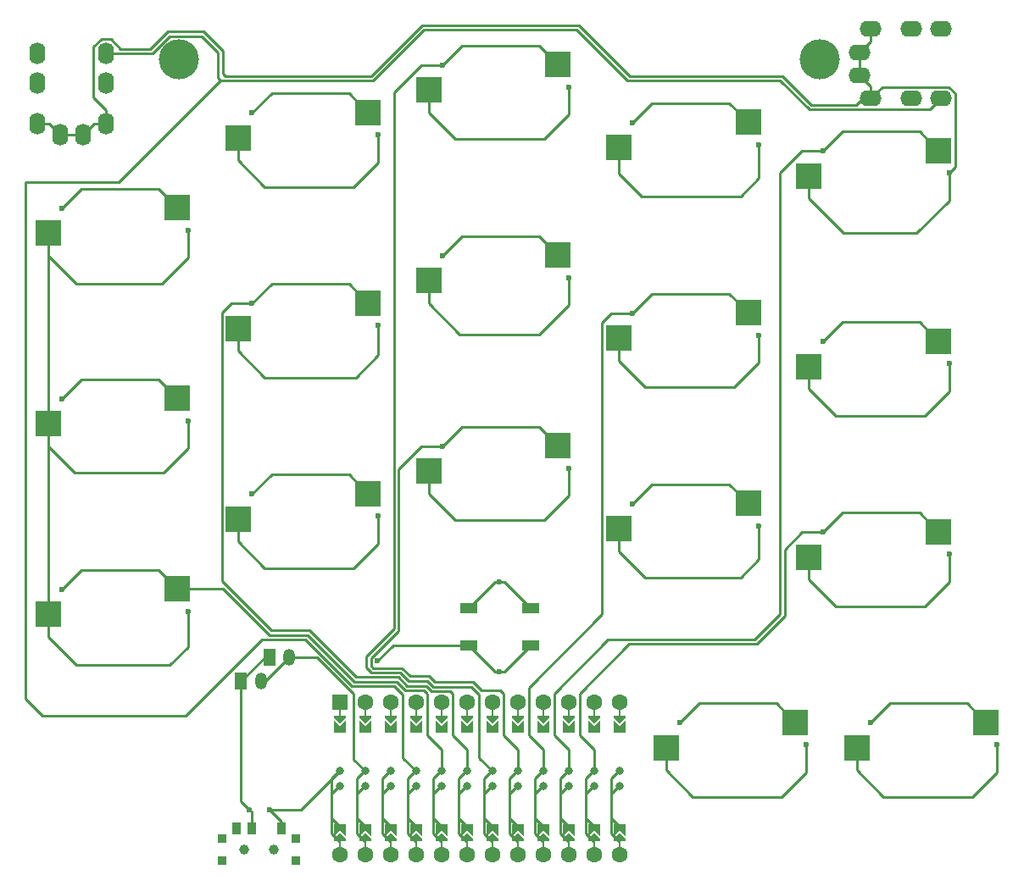
<source format=gbr>
%TF.GenerationSoftware,KiCad,Pcbnew,7.0.0*%
%TF.CreationDate,2023-04-08T11:50:52+01:00*%
%TF.ProjectId,chips-34,63686970-732d-4333-942e-6b696361645f,v1.0.0*%
%TF.SameCoordinates,Original*%
%TF.FileFunction,Copper,L2,Bot*%
%TF.FilePolarity,Positive*%
%FSLAX46Y46*%
G04 Gerber Fmt 4.6, Leading zero omitted, Abs format (unit mm)*
G04 Created by KiCad (PCBNEW 7.0.0) date 2023-04-08 11:50:52*
%MOMM*%
%LPD*%
G01*
G04 APERTURE LIST*
G04 Aperture macros list*
%AMFreePoly0*
4,1,5,0.125000,-0.500000,-0.125000,-0.500000,-0.125000,0.500000,0.125000,0.500000,0.125000,-0.500000,0.125000,-0.500000,$1*%
%AMFreePoly1*
4,1,6,0.600000,-0.250000,-0.600000,-0.250000,-0.600000,1.000000,0.000000,0.400000,0.600000,1.000000,0.600000,-0.250000,0.600000,-0.250000,$1*%
%AMFreePoly2*
4,1,6,0.600000,0.200000,0.000000,-0.400000,-0.600000,0.200000,-0.600000,0.400000,0.600000,0.400000,0.600000,0.200000,0.600000,0.200000,$1*%
%AMFreePoly3*
4,1,49,0.004652,0.123753,0.008918,0.124682,0.028635,0.117327,0.062500,0.108253,0.068172,0.102580,0.074910,0.100068,0.087486,0.083266,0.108253,0.062500,0.111163,0.051639,0.117119,0.043683,0.118510,0.024217,0.125000,0.000000,0.121245,-0.014013,0.122144,-0.026571,0.113772,-0.041901,0.108253,-0.062500,0.095633,-0.075119,0.088389,-0.088388,-0.641000,-0.817776,-0.641000,-4.770224,
0.088389,-5.499612,0.109711,-5.528094,0.124682,-5.596918,0.100068,-5.662910,0.043683,-5.705119,-0.026571,-5.710144,-0.088388,-5.676389,-0.854388,-4.910388,-0.867764,-4.892519,-0.871157,-4.889580,-0.871926,-4.886960,-0.875710,-4.881906,-0.882285,-4.851677,-0.891000,-4.822000,-0.891000,-0.766000,-0.887823,-0.743906,-0.888144,-0.739429,-0.886835,-0.737032,-0.885937,-0.730783,-0.869209,-0.704755,
-0.854388,-0.677612,-0.088388,0.088389,-0.064427,0.106325,-0.062500,0.108253,-0.061491,0.108523,-0.059906,0.109711,-0.044779,0.113001,0.000000,0.125000,0.004652,0.123753,0.004652,0.123753,$1*%
G04 Aperture macros list end*
%TA.AperFunction,ComponentPad*%
%ADD10O,1.200000X1.700000*%
%TD*%
%TA.AperFunction,ComponentPad*%
%ADD11R,1.200000X1.700000*%
%TD*%
%TA.AperFunction,ComponentPad*%
%ADD12C,1.600000*%
%TD*%
%TA.AperFunction,ComponentPad*%
%ADD13R,1.600000X1.600000*%
%TD*%
%TA.AperFunction,SMDPad,CuDef*%
%ADD14FreePoly0,180.000000*%
%TD*%
%TA.AperFunction,SMDPad,CuDef*%
%ADD15FreePoly1,180.000000*%
%TD*%
%TA.AperFunction,SMDPad,CuDef*%
%ADD16FreePoly2,180.000000*%
%TD*%
%TA.AperFunction,SMDPad,CuDef*%
%ADD17FreePoly0,0.000000*%
%TD*%
%TA.AperFunction,SMDPad,CuDef*%
%ADD18FreePoly2,0.000000*%
%TD*%
%TA.AperFunction,SMDPad,CuDef*%
%ADD19FreePoly1,0.000000*%
%TD*%
%TA.AperFunction,SMDPad,CuDef*%
%ADD20FreePoly3,180.000000*%
%TD*%
%TA.AperFunction,SMDPad,CuDef*%
%ADD21FreePoly3,0.000000*%
%TD*%
%TA.AperFunction,ComponentPad*%
%ADD22C,0.800000*%
%TD*%
%TA.AperFunction,WasherPad*%
%ADD23C,1.000000*%
%TD*%
%TA.AperFunction,SMDPad,CuDef*%
%ADD24R,0.900000X1.250000*%
%TD*%
%TA.AperFunction,SMDPad,CuDef*%
%ADD25R,0.900000X0.900000*%
%TD*%
%TA.AperFunction,SMDPad,CuDef*%
%ADD26R,1.800000X1.100000*%
%TD*%
%TA.AperFunction,ComponentPad*%
%ADD27C,4.000000*%
%TD*%
%TA.AperFunction,ComponentPad*%
%ADD28C,0.600000*%
%TD*%
%TA.AperFunction,SMDPad,CuDef*%
%ADD29R,2.550000X2.500000*%
%TD*%
%TA.AperFunction,ComponentPad*%
%ADD30O,2.200000X1.600000*%
%TD*%
%TA.AperFunction,ComponentPad*%
%ADD31O,1.600000X2.200000*%
%TD*%
%TA.AperFunction,Conductor*%
%ADD32C,0.250000*%
%TD*%
G04 APERTURE END LIST*
D10*
%TO.P,JST2,2*%
%TO.N,GND*%
X16999999Y-1774999D03*
D11*
%TO.P,JST2,1*%
%TO.N,BAT*%
X14999999Y-1774999D03*
%TD*%
%TO.P,JST1,1*%
%TO.N,BAT*%
X12199999Y-4174999D03*
D10*
%TO.P,JST1,2*%
%TO.N,GND*%
X14199999Y-4174999D03*
%TD*%
D12*
%TO.P,MCU1,*%
%TO.N,*%
X22030000Y-21526500D03*
X24570000Y-21526500D03*
X27110000Y-21526500D03*
X29650000Y-21526500D03*
X32190000Y-21526500D03*
X34730000Y-21526500D03*
X37270000Y-21526500D03*
X39810000Y-21526500D03*
X42350000Y-21526500D03*
X44890000Y-21526500D03*
X47430000Y-21526500D03*
X49970000Y-21526500D03*
X49970000Y-6286500D03*
X47430000Y-6286500D03*
X44890000Y-6286500D03*
X42350000Y-6286500D03*
X39810000Y-6286500D03*
X37270000Y-6286500D03*
X34730000Y-6286500D03*
X32190000Y-6286500D03*
X29650000Y-6286500D03*
X27110000Y-6286500D03*
X24570000Y-6286500D03*
X22030000Y-6286500D03*
D13*
X22029999Y-6286499D03*
D14*
X22030000Y-20256500D03*
D15*
%TO.P,MCU1,1*%
%TO.N,RAW*%
X22030000Y-18732500D03*
D16*
%TO.P,MCU1,*%
%TO.N,*%
X22030000Y-19748500D03*
D14*
X24570000Y-20256500D03*
D16*
X24570000Y-19748500D03*
D15*
%TO.P,MCU1,2*%
%TO.N,GND*%
X24570000Y-18732500D03*
D14*
%TO.P,MCU1,*%
%TO.N,*%
X27110000Y-20256500D03*
D16*
X27110000Y-19748500D03*
D15*
%TO.P,MCU1,3*%
%TO.N,RST*%
X27110000Y-18732500D03*
D14*
%TO.P,MCU1,*%
%TO.N,*%
X29650000Y-20256500D03*
D16*
X29650000Y-19748500D03*
D15*
%TO.P,MCU1,4*%
%TO.N,VCC*%
X29650000Y-18732500D03*
D14*
%TO.P,MCU1,*%
%TO.N,*%
X32190000Y-20256500D03*
D16*
X32190000Y-19748500D03*
D15*
%TO.P,MCU1,5*%
%TO.N,matrix_pinky_bottom*%
X32190000Y-18732500D03*
D14*
%TO.P,MCU1,*%
%TO.N,*%
X34730000Y-20256500D03*
D16*
X34730000Y-19748500D03*
D15*
%TO.P,MCU1,6*%
%TO.N,matrix_ring_home*%
X34730000Y-18732500D03*
D14*
%TO.P,MCU1,*%
%TO.N,*%
X37270000Y-20256500D03*
D16*
X37270000Y-19748500D03*
D15*
%TO.P,MCU1,7*%
%TO.N,matrix_middle_top*%
X37270000Y-18732500D03*
D14*
%TO.P,MCU1,*%
%TO.N,*%
X39810000Y-20256500D03*
D16*
X39810000Y-19748500D03*
D15*
%TO.P,MCU1,8*%
%TO.N,matrix_middle_bottom*%
X39810000Y-18732500D03*
D14*
%TO.P,MCU1,*%
%TO.N,*%
X42350000Y-20256500D03*
D16*
X42350000Y-19748500D03*
D15*
%TO.P,MCU1,9*%
%TO.N,matrix_index_home*%
X42350000Y-18732500D03*
D14*
%TO.P,MCU1,*%
%TO.N,*%
X44890000Y-20256500D03*
D16*
X44890000Y-19748500D03*
D15*
%TO.P,MCU1,10*%
%TO.N,matrix_inner_top*%
X44890000Y-18732500D03*
D14*
%TO.P,MCU1,*%
%TO.N,*%
X47430000Y-20256500D03*
D16*
X47430000Y-19748500D03*
D15*
%TO.P,MCU1,11*%
%TO.N,matrix_inner_bottom*%
X47430000Y-18732500D03*
D14*
%TO.P,MCU1,*%
%TO.N,*%
X49970000Y-20256500D03*
D16*
X49970000Y-19748500D03*
D15*
%TO.P,MCU1,12*%
%TO.N,thumb_squeeze*%
X49970000Y-18732500D03*
D17*
%TO.P,MCU1,*%
%TO.N,*%
X22030000Y-7556500D03*
D18*
X22030000Y-8064500D03*
D19*
%TO.P,MCU1,24*%
%TO.N,P1*%
X22030000Y-9080500D03*
%TO.P,MCU1,23*%
%TO.N,matrix_pinky_top*%
X24570000Y-9080500D03*
D17*
%TO.P,MCU1,*%
%TO.N,*%
X24570000Y-7556500D03*
D18*
X24570000Y-8064500D03*
D19*
%TO.P,MCU1,22*%
%TO.N,GND*%
X27110000Y-9080500D03*
D17*
%TO.P,MCU1,*%
%TO.N,*%
X27110000Y-7556500D03*
D18*
X27110000Y-8064500D03*
D19*
%TO.P,MCU1,21*%
%TO.N,GND*%
X29650000Y-9080500D03*
D17*
%TO.P,MCU1,*%
%TO.N,*%
X29650000Y-7556500D03*
D18*
X29650000Y-8064500D03*
D19*
%TO.P,MCU1,20*%
%TO.N,matrix_pinky_home*%
X32190000Y-9080500D03*
D17*
%TO.P,MCU1,*%
%TO.N,*%
X32190000Y-7556500D03*
D18*
X32190000Y-8064500D03*
D19*
%TO.P,MCU1,19*%
%TO.N,matrix_ring_top*%
X34730000Y-9080500D03*
D17*
%TO.P,MCU1,*%
%TO.N,*%
X34730000Y-7556500D03*
D18*
X34730000Y-8064500D03*
D19*
%TO.P,MCU1,18*%
%TO.N,matrix_ring_bottom*%
X37270000Y-9080500D03*
D17*
%TO.P,MCU1,*%
%TO.N,*%
X37270000Y-7556500D03*
D18*
X37270000Y-8064500D03*
D19*
%TO.P,MCU1,17*%
%TO.N,matrix_middle_home*%
X39810000Y-9080500D03*
D17*
%TO.P,MCU1,*%
%TO.N,*%
X39810000Y-7556500D03*
D18*
X39810000Y-8064500D03*
D19*
%TO.P,MCU1,16*%
%TO.N,matrix_index_top*%
X42350000Y-9080500D03*
D17*
%TO.P,MCU1,*%
%TO.N,*%
X42350000Y-7556500D03*
D18*
X42350000Y-8064500D03*
D19*
%TO.P,MCU1,15*%
%TO.N,matrix_index_bottom*%
X44890000Y-9080500D03*
D17*
%TO.P,MCU1,*%
%TO.N,*%
X44890000Y-7556500D03*
D18*
X44890000Y-8064500D03*
D19*
%TO.P,MCU1,14*%
%TO.N,matrix_inner_home*%
X47430000Y-9080500D03*
D17*
%TO.P,MCU1,*%
%TO.N,*%
X47430000Y-7556500D03*
D18*
X47430000Y-8064500D03*
D19*
%TO.P,MCU1,13*%
%TO.N,thumb_resting*%
X49970000Y-9080500D03*
D17*
%TO.P,MCU1,*%
%TO.N,*%
X49970000Y-7556500D03*
D18*
X49970000Y-8064500D03*
D20*
%TO.P,MCU1,23*%
%TO.N,matrix_pinky_top*%
X24570000Y-14668500D03*
D21*
%TO.P,MCU1,2*%
%TO.N,GND*%
X24570000Y-13144500D03*
D22*
X24570000Y-13144500D03*
%TO.P,MCU1,23*%
%TO.N,matrix_pinky_top*%
X24570000Y-14668500D03*
%TO.P,MCU1,24*%
%TO.N,P1*%
X22030000Y-14668500D03*
%TO.P,MCU1,1*%
%TO.N,RAW*%
X22030000Y-13144500D03*
D20*
%TO.P,MCU1,24*%
%TO.N,P1*%
X22030000Y-14668500D03*
D21*
%TO.P,MCU1,1*%
%TO.N,RAW*%
X22030000Y-13144500D03*
D22*
%TO.P,MCU1,22*%
%TO.N,GND*%
X27110000Y-14668500D03*
%TO.P,MCU1,3*%
%TO.N,RST*%
X27110000Y-13144500D03*
D20*
%TO.P,MCU1,22*%
%TO.N,GND*%
X27110000Y-14668500D03*
D21*
%TO.P,MCU1,3*%
%TO.N,RST*%
X27110000Y-13144500D03*
D22*
%TO.P,MCU1,21*%
%TO.N,GND*%
X29650000Y-14668500D03*
%TO.P,MCU1,4*%
%TO.N,VCC*%
X29650000Y-13144500D03*
D20*
%TO.P,MCU1,21*%
%TO.N,GND*%
X29650000Y-14668500D03*
D21*
%TO.P,MCU1,4*%
%TO.N,VCC*%
X29650000Y-13144500D03*
D22*
%TO.P,MCU1,20*%
%TO.N,matrix_pinky_home*%
X32190000Y-14668500D03*
%TO.P,MCU1,5*%
%TO.N,matrix_pinky_bottom*%
X32190000Y-13144500D03*
D20*
%TO.P,MCU1,20*%
%TO.N,matrix_pinky_home*%
X32190000Y-14668500D03*
D21*
%TO.P,MCU1,5*%
%TO.N,matrix_pinky_bottom*%
X32190000Y-13144500D03*
D22*
%TO.P,MCU1,19*%
%TO.N,matrix_ring_top*%
X34730000Y-14668500D03*
%TO.P,MCU1,6*%
%TO.N,matrix_ring_home*%
X34730000Y-13144500D03*
D20*
%TO.P,MCU1,19*%
%TO.N,matrix_ring_top*%
X34730000Y-14668500D03*
D21*
%TO.P,MCU1,6*%
%TO.N,matrix_ring_home*%
X34730000Y-13144500D03*
D22*
%TO.P,MCU1,18*%
%TO.N,matrix_ring_bottom*%
X37270000Y-14668500D03*
%TO.P,MCU1,7*%
%TO.N,matrix_middle_top*%
X37270000Y-13144500D03*
D20*
%TO.P,MCU1,18*%
%TO.N,matrix_ring_bottom*%
X37270000Y-14668500D03*
D21*
%TO.P,MCU1,7*%
%TO.N,matrix_middle_top*%
X37270000Y-13144500D03*
D22*
%TO.P,MCU1,17*%
%TO.N,matrix_middle_home*%
X39810000Y-14668500D03*
%TO.P,MCU1,8*%
%TO.N,matrix_middle_bottom*%
X39810000Y-13144500D03*
D20*
%TO.P,MCU1,17*%
%TO.N,matrix_middle_home*%
X39810000Y-14668500D03*
D21*
%TO.P,MCU1,8*%
%TO.N,matrix_middle_bottom*%
X39810000Y-13144500D03*
D22*
%TO.P,MCU1,16*%
%TO.N,matrix_index_top*%
X42350000Y-14668500D03*
%TO.P,MCU1,9*%
%TO.N,matrix_index_home*%
X42350000Y-13144500D03*
D20*
%TO.P,MCU1,16*%
%TO.N,matrix_index_top*%
X42350000Y-14668500D03*
D21*
%TO.P,MCU1,9*%
%TO.N,matrix_index_home*%
X42350000Y-13144500D03*
D22*
%TO.P,MCU1,15*%
%TO.N,matrix_index_bottom*%
X44890000Y-14668500D03*
%TO.P,MCU1,10*%
%TO.N,matrix_inner_top*%
X44890000Y-13144500D03*
D20*
%TO.P,MCU1,15*%
%TO.N,matrix_index_bottom*%
X44890000Y-14668500D03*
D21*
%TO.P,MCU1,10*%
%TO.N,matrix_inner_top*%
X44890000Y-13144500D03*
D22*
%TO.P,MCU1,14*%
%TO.N,matrix_inner_home*%
X47430000Y-14668500D03*
%TO.P,MCU1,11*%
%TO.N,matrix_inner_bottom*%
X47430000Y-13144500D03*
D20*
%TO.P,MCU1,14*%
%TO.N,matrix_inner_home*%
X47430000Y-14668500D03*
D21*
%TO.P,MCU1,11*%
%TO.N,matrix_inner_bottom*%
X47430000Y-13144500D03*
D22*
%TO.P,MCU1,13*%
%TO.N,thumb_resting*%
X49970000Y-14668500D03*
%TO.P,MCU1,12*%
%TO.N,thumb_squeeze*%
X49970000Y-13144500D03*
D20*
%TO.P,MCU1,13*%
%TO.N,thumb_resting*%
X49970000Y-14668500D03*
D21*
%TO.P,MCU1,12*%
%TO.N,thumb_squeeze*%
X49970000Y-13144500D03*
%TD*%
D23*
%TO.P,T2,*%
%TO.N,*%
X12500000Y-20975000D03*
X15500000Y-20975000D03*
D24*
%TO.P,T2,1*%
%TO.N,RAW*%
X16249999Y-18899999D03*
%TO.P,T2,2*%
%TO.N,BAT*%
X13249999Y-18899999D03*
%TO.P,T2,3*%
%TO.N,N/C*%
X11749999Y-18899999D03*
D25*
%TO.P,T2,*%
%TO.N,*%
X10299999Y-22074999D03*
X10299999Y-19874999D03*
X17699999Y-19874999D03*
X17699999Y-22074999D03*
%TD*%
D23*
%TO.P,T1,*%
%TO.N,*%
X15500000Y-20975000D03*
X12500000Y-20975000D03*
%TD*%
D26*
%TO.P,B2,1*%
%TO.N,RST*%
X41099999Y-562499D03*
X34899999Y-562499D03*
%TO.P,B2,2*%
%TO.N,GND*%
X41099999Y3137499D03*
X34899999Y3137499D03*
%TD*%
D27*
%TO.P,,h1*%
%TO.N,N/C*%
X6000000Y58000000D03*
%TD*%
%TO.P,,h2*%
%TO.N,N/C*%
X70000000Y58000000D03*
%TD*%
D28*
%TO.P,,1*%
%TO.N,RST*%
X25790000Y-2150000D03*
%TD*%
D29*
%TO.P,S1,1*%
%TO.N,GND*%
X-7084999Y2539999D03*
%TO.P,S1,2*%
%TO.N,matrix_pinky_bottom*%
X5841999Y5079999D03*
%TD*%
%TO.P,S2,1*%
%TO.N,GND*%
X-7084999Y21589999D03*
%TO.P,S2,2*%
%TO.N,matrix_pinky_home*%
X5841999Y24129999D03*
%TD*%
%TO.P,S3,1*%
%TO.N,GND*%
X-7084999Y40639999D03*
%TO.P,S3,2*%
%TO.N,matrix_pinky_top*%
X5841999Y43179999D03*
%TD*%
%TO.P,S4,1*%
%TO.N,GND*%
X11914999Y12064999D03*
%TO.P,S4,2*%
%TO.N,matrix_ring_bottom*%
X24841999Y14604999D03*
%TD*%
%TO.P,S5,1*%
%TO.N,GND*%
X11914999Y31114999D03*
%TO.P,S5,2*%
%TO.N,matrix_ring_home*%
X24841999Y33654999D03*
%TD*%
%TO.P,S6,1*%
%TO.N,GND*%
X11914999Y50164999D03*
%TO.P,S6,2*%
%TO.N,matrix_ring_top*%
X24841999Y52704999D03*
%TD*%
%TO.P,S7,1*%
%TO.N,GND*%
X30914999Y16827499D03*
%TO.P,S7,2*%
%TO.N,matrix_middle_bottom*%
X43841999Y19367499D03*
%TD*%
%TO.P,S8,1*%
%TO.N,GND*%
X30914999Y35877499D03*
%TO.P,S8,2*%
%TO.N,matrix_middle_home*%
X43841999Y38417499D03*
%TD*%
%TO.P,S9,1*%
%TO.N,GND*%
X30914999Y54927499D03*
%TO.P,S9,2*%
%TO.N,matrix_middle_top*%
X43841999Y57467499D03*
%TD*%
%TO.P,S10,1*%
%TO.N,GND*%
X49914999Y11112499D03*
%TO.P,S10,2*%
%TO.N,matrix_index_bottom*%
X62841999Y13652499D03*
%TD*%
%TO.P,S11,1*%
%TO.N,GND*%
X49914999Y30162499D03*
%TO.P,S11,2*%
%TO.N,matrix_index_home*%
X62841999Y32702499D03*
%TD*%
%TO.P,S12,1*%
%TO.N,GND*%
X49914999Y49212499D03*
%TO.P,S12,2*%
%TO.N,matrix_index_top*%
X62841999Y51752499D03*
%TD*%
%TO.P,S13,1*%
%TO.N,GND*%
X68914999Y8254999D03*
%TO.P,S13,2*%
%TO.N,matrix_inner_bottom*%
X81841999Y10794999D03*
%TD*%
%TO.P,S14,1*%
%TO.N,GND*%
X68914999Y27304999D03*
%TO.P,S14,2*%
%TO.N,matrix_inner_home*%
X81841999Y29844999D03*
%TD*%
%TO.P,S15,1*%
%TO.N,GND*%
X68914999Y46354999D03*
%TO.P,S15,2*%
%TO.N,matrix_inner_top*%
X81841999Y48894999D03*
%TD*%
%TO.P,S16,1*%
%TO.N,GND*%
X73677499Y-10794999D03*
%TO.P,S16,2*%
%TO.N,thumb_resting*%
X86604499Y-8254999D03*
%TD*%
%TO.P,S17,1*%
%TO.N,GND*%
X54627499Y-10794999D03*
%TO.P,S17,2*%
%TO.N,thumb_squeeze*%
X67554499Y-8254999D03*
%TD*%
D28*
%TO.P,REF\u002A\u002A,1*%
%TO.N,matrix_pinky_bottom*%
X-5700000Y5000000D03*
%TD*%
%TO.P,REF\u002A\u002A,1*%
%TO.N,matrix_pinky_home*%
X-5700000Y24050000D03*
%TD*%
%TO.P,REF\u002A\u002A,1*%
%TO.N,matrix_pinky_top*%
X-5700000Y43100000D03*
%TD*%
%TO.P,REF\u002A\u002A,1*%
%TO.N,matrix_ring_bottom*%
X13300000Y14525000D03*
%TD*%
%TO.P,REF\u002A\u002A,1*%
%TO.N,matrix_ring_home*%
X13300000Y33575000D03*
%TD*%
%TO.P,REF\u002A\u002A,1*%
%TO.N,matrix_ring_top*%
X13300000Y52625000D03*
%TD*%
%TO.P,REF\u002A\u002A,1*%
%TO.N,matrix_middle_bottom*%
X32300000Y19287500D03*
%TD*%
%TO.P,REF\u002A\u002A,1*%
%TO.N,matrix_middle_home*%
X32300000Y38337500D03*
%TD*%
%TO.P,REF\u002A\u002A,1*%
%TO.N,matrix_middle_top*%
X32300000Y57387500D03*
%TD*%
%TO.P,REF\u002A\u002A,1*%
%TO.N,matrix_index_bottom*%
X51300000Y13572500D03*
%TD*%
%TO.P,REF\u002A\u002A,1*%
%TO.N,matrix_index_home*%
X51300000Y32622500D03*
%TD*%
%TO.P,REF\u002A\u002A,1*%
%TO.N,matrix_index_top*%
X51300000Y51672500D03*
%TD*%
%TO.P,REF\u002A\u002A,1*%
%TO.N,matrix_inner_bottom*%
X70300000Y10715000D03*
%TD*%
%TO.P,REF\u002A\u002A,1*%
%TO.N,matrix_inner_home*%
X70300000Y29765000D03*
%TD*%
%TO.P,REF\u002A\u002A,1*%
%TO.N,matrix_inner_top*%
X70300000Y48815000D03*
%TD*%
%TO.P,REF\u002A\u002A,1*%
%TO.N,thumb_resting*%
X75062500Y-8335000D03*
%TD*%
%TO.P,REF\u002A\u002A,1*%
%TO.N,thumb_squeeze*%
X56012500Y-8335000D03*
%TD*%
%TO.P,REF\u002A\u002A,1*%
%TO.N,GND*%
X6900000Y2800000D03*
%TD*%
%TO.P,REF\u002A\u002A,1*%
%TO.N,GND*%
X6900000Y21850000D03*
%TD*%
%TO.P,REF\u002A\u002A,1*%
%TO.N,GND*%
X6900000Y40900000D03*
%TD*%
%TO.P,REF\u002A\u002A,1*%
%TO.N,GND*%
X25900000Y12325000D03*
%TD*%
%TO.P,REF\u002A\u002A,1*%
%TO.N,GND*%
X25900000Y31375000D03*
%TD*%
%TO.P,REF\u002A\u002A,1*%
%TO.N,GND*%
X25900000Y50425000D03*
%TD*%
%TO.P,REF\u002A\u002A,1*%
%TO.N,GND*%
X44900000Y17087500D03*
%TD*%
%TO.P,REF\u002A\u002A,1*%
%TO.N,GND*%
X44900000Y36137500D03*
%TD*%
%TO.P,REF\u002A\u002A,1*%
%TO.N,GND*%
X44900000Y55187500D03*
%TD*%
%TO.P,REF\u002A\u002A,1*%
%TO.N,GND*%
X63900000Y11372500D03*
%TD*%
%TO.P,REF\u002A\u002A,1*%
%TO.N,GND*%
X63900000Y30422500D03*
%TD*%
%TO.P,REF\u002A\u002A,1*%
%TO.N,GND*%
X63900000Y49472500D03*
%TD*%
%TO.P,REF\u002A\u002A,1*%
%TO.N,GND*%
X82900000Y8515000D03*
%TD*%
%TO.P,REF\u002A\u002A,1*%
%TO.N,GND*%
X82900000Y27565000D03*
%TD*%
%TO.P,REF\u002A\u002A,1*%
%TO.N,GND*%
X82900000Y46615000D03*
%TD*%
%TO.P,REF\u002A\u002A,1*%
%TO.N,GND*%
X87662500Y-10535000D03*
%TD*%
%TO.P,REF\u002A\u002A,1*%
%TO.N,GND*%
X68612500Y-10535000D03*
%TD*%
D30*
%TO.P,TRRS1,1*%
%TO.N,GND*%
X73999999Y58714999D03*
%TO.P,TRRS1,2*%
X75099999Y54114999D03*
%TO.P,TRRS1,3*%
%TO.N,P1*%
X79099999Y54114999D03*
%TO.P,TRRS1,4*%
%TO.N,VCC*%
X82099999Y54114999D03*
%TO.P,TRRS1,1*%
%TO.N,GND*%
X73999999Y56414999D03*
%TO.P,TRRS1,2*%
X75099999Y61014999D03*
%TO.P,TRRS1,3*%
%TO.N,P1*%
X79099999Y61014999D03*
%TO.P,TRRS1,4*%
%TO.N,VCC*%
X82099999Y61014999D03*
%TD*%
D31*
%TO.P,TRRS2,1*%
%TO.N,GND*%
X-5899999Y50499999D03*
%TO.P,TRRS2,2*%
X-1299999Y51599999D03*
%TO.P,TRRS2,3*%
%TO.N,P1*%
X-1299999Y55599999D03*
%TO.P,TRRS2,4*%
%TO.N,VCC*%
X-1299999Y58599999D03*
%TO.P,TRRS2,1*%
%TO.N,GND*%
X-3599999Y50499999D03*
%TO.P,TRRS2,2*%
X-8199999Y51599999D03*
%TO.P,TRRS2,3*%
%TO.N,P1*%
X-8199999Y55599999D03*
%TO.P,TRRS2,4*%
%TO.N,VCC*%
X-8199999Y58599999D03*
%TD*%
D28*
%TO.P,REF\u002A\u002A,1*%
%TO.N,RST*%
X38000000Y-3212500D03*
%TD*%
%TO.P,REF\u002A\u002A,1*%
%TO.N,GND*%
X38000000Y5787500D03*
%TD*%
%TO.P,REF\u002A\u002A,1*%
%TO.N,RAW*%
X15000000Y-16975000D03*
%TD*%
%TO.P,REF\u002A\u002A,1*%
%TO.N,BAT*%
X13000000Y-16975000D03*
%TD*%
D32*
%TO.N,GND*%
X10346396Y58870000D02*
X10346396Y56593604D01*
X-1765990Y60025000D02*
X-834010Y60025000D01*
X8441396Y60775000D02*
X10346396Y58870000D01*
X-2540000Y54190000D02*
X-2540000Y59250990D01*
X25213604Y56330000D02*
X10610000Y56330000D01*
X4850557Y60775000D02*
X8441396Y60775000D01*
X-2540000Y59250990D02*
X-1765990Y60025000D01*
X-1300000Y52950000D02*
X-2540000Y54190000D01*
X10346396Y56593604D02*
X10610000Y56330000D01*
X-834010Y60025000D02*
X140990Y59050000D01*
X-1300000Y51600000D02*
X-1300000Y52950000D01*
X3125557Y59050000D02*
X4850557Y60775000D01*
X140990Y59050000D02*
X3125557Y59050000D01*
%TO.N,VCC*%
X9896396Y58683604D02*
X9896396Y56143604D01*
X8255000Y60325000D02*
X9896396Y58683604D01*
X5036953Y60325000D02*
X8255000Y60325000D01*
X4105977Y59394024D02*
X5036953Y60325000D01*
X-1300000Y58600000D02*
X3311953Y58600000D01*
X9896396Y56143604D02*
X10160000Y55880000D01*
X3311953Y58600000D02*
X4105977Y59394024D01*
%TO.N,GND*%
X45906396Y61410000D02*
X30293604Y61410000D01*
X66226396Y56330000D02*
X50986396Y56330000D01*
X69116396Y53440000D02*
X66226396Y56330000D01*
X30293604Y61410000D02*
X25213604Y56330000D01*
X50986396Y56330000D02*
X45906396Y61410000D01*
X73660000Y53440000D02*
X69116396Y53440000D01*
X75100000Y54115000D02*
X74335000Y54115000D01*
X74335000Y54115000D02*
X73660000Y53440000D01*
X75100000Y54115000D02*
X76225000Y55240000D01*
X76225000Y55240000D02*
X82865990Y55240000D01*
X83525000Y54580990D02*
X83525000Y47240000D01*
X82865990Y55240000D02*
X83525000Y54580990D01*
X83525000Y47240000D02*
X82900000Y46615000D01*
X-7085000Y21590000D02*
X-7085000Y40640000D01*
X-7085000Y2540000D02*
X-7085000Y21590000D01*
%TO.N,matrix_inner_top*%
X50800000Y0D02*
X63500000Y0D01*
X43475000Y-5375000D02*
X48850000Y0D01*
X48850000Y0D02*
X50800000Y0D01*
%TO.N,matrix_inner_bottom*%
X46015000Y-5375000D02*
X50940000Y-450000D01*
X50940000Y-450000D02*
X63686396Y-450000D01*
X63686396Y-450000D02*
X66490000Y2353604D01*
X66490000Y2353604D02*
X66490000Y9005000D01*
X66490000Y9005000D02*
X68200000Y10715000D01*
X68200000Y10715000D02*
X70300000Y10715000D01*
%TO.N,matrix_inner_top*%
X44890000Y-13144500D02*
X44890000Y-10984104D01*
X44890000Y-10984104D02*
X43475000Y-9569104D01*
X43475000Y-9569104D02*
X43475000Y-5375000D01*
X63500000Y0D02*
X66040000Y2540000D01*
X66040000Y2540000D02*
X66040000Y46655000D01*
X66040000Y46655000D02*
X68200000Y48815000D01*
X68200000Y48815000D02*
X70300000Y48815000D01*
%TO.N,matrix_index_home*%
X42350000Y-13144500D02*
X42350000Y-10984104D01*
X42350000Y-10984104D02*
X40935000Y-9569104D01*
X40935000Y-9569104D02*
X40935000Y-4785000D01*
X48260000Y31682500D02*
X49200000Y32622500D01*
X40935000Y-4785000D02*
X48260000Y2540000D01*
X48260000Y2540000D02*
X48260000Y31682500D01*
X49200000Y32622500D02*
X51300000Y32622500D01*
%TO.N,matrix_ring_home*%
X15240000Y900000D02*
X10315000Y5825000D01*
X34730000Y-10984104D02*
X33315000Y-9569104D01*
X19002688Y900000D02*
X15240000Y900000D01*
X10315000Y32690000D02*
X11200000Y33575000D01*
X11200000Y33575000D02*
X13300000Y33575000D01*
X23657740Y-3755052D02*
X19002688Y900000D01*
X34730000Y-13144500D02*
X34730000Y-10984104D01*
X28762792Y-4630000D02*
X27887844Y-3755052D01*
X10315000Y5825000D02*
X10315000Y32690000D01*
X30666396Y-4630000D02*
X28762792Y-4630000D01*
X31197896Y-5161500D02*
X30666396Y-4630000D01*
X33315000Y-5375000D02*
X33101500Y-5161500D01*
X33315000Y-9569104D02*
X33315000Y-5375000D01*
X27887844Y-3755052D02*
X23657740Y-3755052D01*
X33101500Y-5161500D02*
X31197896Y-5161500D01*
%TO.N,matrix_middle_top*%
X27490000Y1070280D02*
X27490000Y54677500D01*
X30798198Y-4125406D02*
X28894594Y-4125406D01*
X37270000Y-13144500D02*
X35946000Y-11820500D01*
X31384292Y-4711500D02*
X30798198Y-4125406D01*
X24715000Y-2806448D02*
X24715000Y-1704720D01*
X28074240Y-3305052D02*
X25213604Y-3305052D01*
X35191500Y-4711500D02*
X31384292Y-4711500D01*
X25213604Y-3305052D02*
X24715000Y-2806448D01*
X30200000Y57387500D02*
X32300000Y57387500D01*
X35946000Y-5466000D02*
X35191500Y-4711500D01*
X24715000Y-1704720D02*
X27490000Y1070280D01*
X28894594Y-4125406D02*
X28074240Y-3305052D01*
X27490000Y54677500D02*
X30200000Y57387500D01*
X35946000Y-11820500D02*
X35946000Y-5466000D01*
%TO.N,matrix_middle_bottom*%
X28260636Y-2855052D02*
X25400000Y-2855052D01*
X29080990Y-3675406D02*
X28260636Y-2855052D01*
X25165000Y-2620052D02*
X25165000Y-1891116D01*
X30984594Y-3675406D02*
X29080990Y-3675406D01*
X31570688Y-4261500D02*
X30984594Y-3675406D01*
X36196396Y-5080000D02*
X35377896Y-4261500D01*
X38100000Y-5080000D02*
X36196396Y-5080000D01*
X35377896Y-4261500D02*
X31570688Y-4261500D01*
X25400000Y-2855052D02*
X25165000Y-2620052D01*
X38395000Y-5375000D02*
X38100000Y-5080000D01*
X30200000Y19287500D02*
X32300000Y19287500D01*
X39810000Y-10984104D02*
X38395000Y-9569104D01*
X38395000Y-9569104D02*
X38395000Y-5375000D01*
X39810000Y-13144500D02*
X39810000Y-10984104D01*
X25165000Y-1891116D02*
X27940000Y883884D01*
X27940000Y883884D02*
X27940000Y17027500D01*
X27940000Y17027500D02*
X30200000Y19287500D01*
%TO.N,matrix_pinky_bottom*%
X32190000Y-13144500D02*
X32190000Y-10984104D01*
X30775000Y-9569104D02*
X30775000Y-5375000D01*
X30775000Y-5375000D02*
X30480000Y-5080000D01*
X32190000Y-10984104D02*
X30775000Y-9569104D01*
X23471344Y-4205052D02*
X18816292Y450000D01*
X30480000Y-5080000D02*
X28576396Y-5080000D01*
X27701448Y-4205052D02*
X23471344Y-4205052D01*
X28576396Y-5080000D02*
X27701448Y-4205052D01*
X18816292Y450000D02*
X15053604Y450000D01*
X10423604Y5080000D02*
X5842000Y5080000D01*
X15053604Y450000D02*
X10423604Y5080000D01*
%TO.N,RST*%
X25790000Y-2150000D02*
X27377500Y-562500D01*
X27377500Y-562500D02*
X34900000Y-562500D01*
%TO.N,matrix_inner_bottom*%
X46015000Y-9569104D02*
X46015000Y-5375000D01*
X47430000Y-10984104D02*
X46015000Y-9569104D01*
X47430000Y-13144500D02*
X47430000Y-10984104D01*
%TO.N,VCC*%
X-9325000Y-5080000D02*
X-9325000Y45720000D01*
X28326000Y-5466000D02*
X27515052Y-4655052D01*
X14275000Y0D02*
X6655000Y-7620000D01*
X20744948Y-2115052D02*
X18629896Y0D01*
X18629896Y0D02*
X15240000Y0D01*
X-9325000Y-5915000D02*
X-9325000Y-5080000D01*
X-7620000Y-7620000D02*
X-9325000Y-5915000D01*
X28326000Y-11820500D02*
X28326000Y-5466000D01*
X15240000Y0D02*
X14275000Y0D01*
X-9325000Y45720000D02*
X0Y45720000D01*
X5080000Y-7620000D02*
X-7620000Y-7620000D01*
X0Y45720000D02*
X10160000Y55880000D01*
X21169896Y-2540000D02*
X20744948Y-2115052D01*
X27515052Y-4655052D02*
X23284948Y-4655052D01*
X29650000Y-13144500D02*
X28326000Y-11820500D01*
X6655000Y-7620000D02*
X5080000Y-7620000D01*
X23284948Y-4655052D02*
X21169896Y-2540000D01*
%TO.N,GND*%
X24570000Y-13144500D02*
X23445000Y-12019500D01*
X23445000Y-12019500D02*
X23445000Y-5451500D01*
X23445000Y-5451500D02*
X19768500Y-1775000D01*
X19768500Y-1775000D02*
X17000000Y-1775000D01*
%TO.N,VCC*%
X50800000Y55880000D02*
X66040000Y55880000D01*
X30480000Y60960000D02*
X45720000Y60960000D01*
X10160000Y55880000D02*
X25400000Y55880000D01*
X45720000Y60960000D02*
X50800000Y55880000D01*
X25400000Y55880000D02*
X30480000Y60960000D01*
X66040000Y55880000D02*
X68930000Y52990000D01*
X68930000Y52990000D02*
X80975000Y52990000D01*
X80975000Y52990000D02*
X82100000Y54115000D01*
%TO.N,RAW*%
X22030000Y-13144500D02*
X18199500Y-16975000D01*
X18199500Y-16975000D02*
X15000000Y-16975000D01*
%TO.N,GND*%
X17000000Y-1775000D02*
X14600000Y-4175000D01*
X14600000Y-4175000D02*
X14200000Y-4175000D01*
%TO.N,BAT*%
X12200000Y-4175000D02*
X12200000Y-16175000D01*
X12200000Y-16175000D02*
X13000000Y-16975000D01*
X15000000Y-1775000D02*
X14600000Y-1775000D01*
X14600000Y-1775000D02*
X12200000Y-4175000D01*
%TO.N,RAW*%
X16250000Y-18900000D02*
X16250000Y-18225000D01*
X16250000Y-18225000D02*
X15000000Y-16975000D01*
%TO.N,BAT*%
X13250000Y-18900000D02*
X13250000Y-17225000D01*
X13250000Y-17225000D02*
X13000000Y-16975000D01*
%TO.N,RST*%
X38000000Y-3212500D02*
X38450000Y-3212500D01*
X38450000Y-3212500D02*
X41100000Y-562500D01*
X38000000Y-3212500D02*
X37550000Y-3212500D01*
X37550000Y-3212500D02*
X34900000Y-562500D01*
%TO.N,GND*%
X38000000Y5787500D02*
X38450000Y5787500D01*
X38450000Y5787500D02*
X41100000Y3137500D01*
X38000000Y5787500D02*
X37550000Y5787500D01*
X37550000Y5787500D02*
X34900000Y3137500D01*
X-3600000Y50500000D02*
X-5900000Y50500000D01*
X-1300000Y51600000D02*
X-2500000Y51600000D01*
X-2500000Y51600000D02*
X-3600000Y50500000D01*
X-8200000Y51600000D02*
X-7000000Y51600000D01*
X-7000000Y51600000D02*
X-5900000Y50500000D01*
X75100000Y61015000D02*
X75100000Y59815000D01*
X75100000Y59815000D02*
X74000000Y58715000D01*
X74000000Y56415000D02*
X74000000Y58715000D01*
X75100000Y54115000D02*
X75100000Y55315000D01*
X75100000Y55315000D02*
X74000000Y56415000D01*
X49915000Y30162500D02*
X49915000Y27893816D01*
X49915000Y27893816D02*
X52555216Y25253600D01*
X61444784Y25253600D02*
X63900000Y27708816D01*
X52555216Y25253600D02*
X61444784Y25253600D01*
X63900000Y27708816D02*
X63900000Y30422500D01*
%TO.N,matrix_index_home*%
X62842000Y32702500D02*
X60967000Y34577500D01*
X60967000Y34577500D02*
X53255000Y34577500D01*
X53255000Y34577500D02*
X51300000Y32622500D01*
%TO.N,GND*%
X49915000Y11112500D02*
X49915000Y8843816D01*
X62083600Y6203600D02*
X63900000Y8020000D01*
X49915000Y8843816D02*
X52555216Y6203600D01*
X52555216Y6203600D02*
X62083600Y6203600D01*
X63900000Y8020000D02*
X63900000Y11372500D01*
%TO.N,matrix_index_bottom*%
X62842000Y13652500D02*
X60967000Y15527500D01*
X60967000Y15527500D02*
X53255000Y15527500D01*
X53255000Y15527500D02*
X51300000Y13572500D01*
%TO.N,GND*%
X54627500Y-10795000D02*
X54627500Y-13063684D01*
X66157284Y-15703900D02*
X68612500Y-13248684D01*
X54627500Y-13063684D02*
X57267716Y-15703900D01*
X57267716Y-15703900D02*
X66157284Y-15703900D01*
X68612500Y-13248684D02*
X68612500Y-10535000D01*
%TO.N,thumb_squeeze*%
X67554500Y-8255000D02*
X65679500Y-6380000D01*
X65679500Y-6380000D02*
X57967500Y-6380000D01*
X57967500Y-6380000D02*
X56012500Y-8335000D01*
%TO.N,GND*%
X73677500Y-10795000D02*
X73677500Y-13063684D01*
X73677500Y-13063684D02*
X76317716Y-15703900D01*
X76317716Y-15703900D02*
X85207284Y-15703900D01*
X85207284Y-15703900D02*
X87662500Y-13248684D01*
X87662500Y-13248684D02*
X87662500Y-10535000D01*
%TO.N,thumb_resting*%
X86604500Y-8255000D02*
X84729500Y-6380000D01*
X84729500Y-6380000D02*
X77017500Y-6380000D01*
X77017500Y-6380000D02*
X75062500Y-8335000D01*
%TO.N,GND*%
X68915000Y8255000D02*
X68915000Y5986316D01*
X68915000Y5986316D02*
X71555216Y3346100D01*
X71555216Y3346100D02*
X80444784Y3346100D01*
X80444784Y3346100D02*
X82900000Y5801316D01*
X82900000Y5801316D02*
X82900000Y8515000D01*
%TO.N,matrix_inner_bottom*%
X81842000Y10795000D02*
X79967000Y12670000D01*
X79967000Y12670000D02*
X72255000Y12670000D01*
X72255000Y12670000D02*
X70300000Y10715000D01*
%TO.N,matrix_inner_home*%
X81842000Y29845000D02*
X79967000Y31720000D01*
X79967000Y31720000D02*
X72255000Y31720000D01*
X72255000Y31720000D02*
X70300000Y29765000D01*
%TO.N,GND*%
X68915000Y27305000D02*
X68915000Y25036316D01*
X80444784Y22396100D02*
X82900000Y24851316D01*
X68915000Y25036316D02*
X71555216Y22396100D01*
X71555216Y22396100D02*
X80444784Y22396100D01*
X82900000Y24851316D02*
X82900000Y27565000D01*
X68915000Y46355000D02*
X68915000Y44086316D01*
X68915000Y44086316D02*
X72361316Y40640000D01*
X72361316Y40640000D02*
X79638684Y40640000D01*
X79638684Y40640000D02*
X82900000Y43901316D01*
X82900000Y43901316D02*
X82900000Y46615000D01*
%TO.N,matrix_inner_top*%
X81842000Y48895000D02*
X79967000Y50770000D01*
X79967000Y50770000D02*
X72255000Y50770000D01*
X72255000Y50770000D02*
X70300000Y48815000D01*
%TO.N,GND*%
X49915000Y49212500D02*
X49915000Y46605000D01*
X49915000Y46605000D02*
X52216400Y44303600D01*
X52216400Y44303600D02*
X62083600Y44303600D01*
X62083600Y44303600D02*
X63900000Y46120000D01*
X63900000Y46120000D02*
X63900000Y49472500D01*
%TO.N,matrix_index_top*%
X62842000Y51752500D02*
X60967000Y53627500D01*
X60967000Y53627500D02*
X53255000Y53627500D01*
X53255000Y53627500D02*
X51300000Y51672500D01*
%TO.N,GND*%
X30915000Y54927500D02*
X30915000Y52658816D01*
X30915000Y52658816D02*
X33555216Y50018600D01*
X33555216Y50018600D02*
X42444784Y50018600D01*
X42444784Y50018600D02*
X44900000Y52473816D01*
X44900000Y52473816D02*
X44900000Y55187500D01*
%TO.N,matrix_middle_top*%
X43842000Y57467500D02*
X41967000Y59342500D01*
X41967000Y59342500D02*
X34255000Y59342500D01*
X34255000Y59342500D02*
X32300000Y57387500D01*
%TO.N,GND*%
X30915000Y35877500D02*
X30915000Y33608816D01*
X34043816Y30480000D02*
X41956184Y30480000D01*
X30915000Y33608816D02*
X34043816Y30480000D01*
X41956184Y30480000D02*
X44900000Y33423816D01*
X44900000Y33423816D02*
X44900000Y36137500D01*
%TO.N,matrix_middle_home*%
X43842000Y38417500D02*
X41967000Y40292500D01*
X41967000Y40292500D02*
X34255000Y40292500D01*
X34255000Y40292500D02*
X32300000Y38337500D01*
%TO.N,GND*%
X30915000Y16827500D02*
X30915000Y14558816D01*
X30915000Y14558816D02*
X33555216Y11918600D01*
X33555216Y11918600D02*
X42444784Y11918600D01*
X42444784Y11918600D02*
X44900000Y14373816D01*
X44900000Y14373816D02*
X44900000Y17087500D01*
%TO.N,matrix_middle_bottom*%
X43842000Y19367500D02*
X41967000Y21242500D01*
X41967000Y21242500D02*
X34255000Y21242500D01*
X34255000Y21242500D02*
X32300000Y19287500D01*
%TO.N,GND*%
X11915000Y12065000D02*
X11915000Y9796316D01*
X11915000Y9796316D02*
X14555216Y7156100D01*
X25900000Y9611316D02*
X25900000Y12325000D01*
X14555216Y7156100D02*
X23444784Y7156100D01*
X23444784Y7156100D02*
X25900000Y9611316D01*
%TO.N,matrix_ring_bottom*%
X24842000Y14605000D02*
X22967000Y16480000D01*
X22967000Y16480000D02*
X15255000Y16480000D01*
X15255000Y16480000D02*
X13300000Y14525000D01*
%TO.N,GND*%
X11915000Y31115000D02*
X11915000Y28846316D01*
X11915000Y28846316D02*
X14555216Y26206100D01*
X14555216Y26206100D02*
X23666100Y26206100D01*
X23666100Y26206100D02*
X25900000Y28440000D01*
X25900000Y28440000D02*
X25900000Y31375000D01*
%TO.N,matrix_ring_home*%
X24842000Y33655000D02*
X22967000Y35530000D01*
X22967000Y35530000D02*
X15255000Y35530000D01*
X15255000Y35530000D02*
X13300000Y33575000D01*
%TO.N,GND*%
X11915000Y50165000D02*
X11915000Y47896316D01*
X11915000Y47896316D02*
X14555216Y45256100D01*
X23444784Y45256100D02*
X25900000Y47711316D01*
X14555216Y45256100D02*
X23444784Y45256100D01*
X25900000Y47711316D02*
X25900000Y50425000D01*
%TO.N,matrix_ring_top*%
X24842000Y52705000D02*
X22967000Y54580000D01*
X22967000Y54580000D02*
X15255000Y54580000D01*
X15255000Y54580000D02*
X13300000Y52625000D01*
%TO.N,GND*%
X-7085000Y2540000D02*
X-7085000Y271316D01*
X-7085000Y271316D02*
X-4273684Y-2540000D01*
X-4273684Y-2540000D02*
X5080000Y-2540000D01*
X5080000Y-2540000D02*
X6900000Y-720000D01*
X6900000Y-720000D02*
X6900000Y2800000D01*
%TO.N,matrix_pinky_bottom*%
X5842000Y5080000D02*
X3967000Y6955000D01*
X3967000Y6955000D02*
X-3745000Y6955000D01*
X-3745000Y6955000D02*
X-5700000Y5000000D01*
%TO.N,GND*%
X-7085000Y21590000D02*
X-7085000Y19321316D01*
X-7085000Y19321316D02*
X-4444784Y16681100D01*
X-4444784Y16681100D02*
X4444784Y16681100D01*
X4444784Y16681100D02*
X6900000Y19136316D01*
X6900000Y19136316D02*
X6900000Y21850000D01*
%TO.N,matrix_pinky_home*%
X5842000Y24130000D02*
X3967000Y26005000D01*
X-3745000Y26005000D02*
X-5700000Y24050000D01*
X3967000Y26005000D02*
X-3745000Y26005000D01*
%TO.N,GND*%
X-7085000Y40640000D02*
X-7085000Y38371316D01*
X-7085000Y38371316D02*
X-4273684Y35560000D01*
X-4273684Y35560000D02*
X4273684Y35560000D01*
X4273684Y35560000D02*
X6900000Y38186316D01*
X6900000Y38186316D02*
X6900000Y40900000D01*
%TO.N,matrix_pinky_top*%
X5842000Y43180000D02*
X3967000Y45055000D01*
X-3745000Y45055000D02*
X-5700000Y43100000D01*
X3967000Y45055000D02*
X-3745000Y45055000D01*
%TD*%
M02*

</source>
